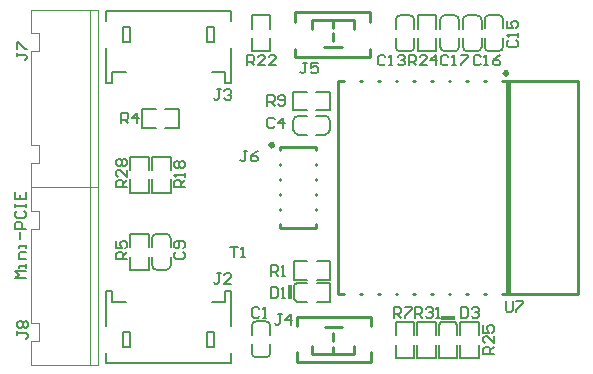
<source format=gto>
G04*
G04 #@! TF.GenerationSoftware,Altium Limited,Altium Designer,19.0.4 (130)*
G04*
G04 Layer_Color=65535*
%FSLAX25Y25*%
%MOIN*%
G70*
G01*
G75*
%ADD10C,0.00787*%
%ADD11C,0.01000*%
%ADD12C,0.00800*%
%ADD13C,0.00394*%
%ADD14C,0.00591*%
%ADD15R,0.01181X0.04724*%
%ADD16R,0.04724X0.01181*%
D10*
X97347Y12768D02*
G03*
X95772Y14343I-1575J-0D01*
G01*
X92701D02*
G03*
X91126Y12768I0J-1575D01*
G01*
X91126Y3831D02*
G03*
X92701Y2256I1575J0D01*
G01*
X95772Y2256D02*
G03*
X97347Y3831I0J1575D01*
G01*
X117146Y81226D02*
G03*
X115571Y82801I-1575J0D01*
G01*
X115571Y76580D02*
G03*
X117146Y78155I-0J1575D01*
G01*
X105059Y78155D02*
G03*
X106634Y76581I1575J0D01*
G01*
Y82801D02*
G03*
X105059Y81226I0J-1575D01*
G01*
X143780Y104256D02*
G03*
X145354Y105831I0J1575D01*
G01*
X139134Y105831D02*
G03*
X140709Y104256I1575J0D01*
G01*
X140709Y116342D02*
G03*
X139134Y114768I0J-1575D01*
G01*
X145354D02*
G03*
X143780Y116342I-1575J-0D01*
G01*
X57929Y33012D02*
G03*
X59504Y31437I1575J0D01*
G01*
X62575D02*
G03*
X64149Y33012I0J1575D01*
G01*
X64150Y41949D02*
G03*
X62575Y43524I-1575J-0D01*
G01*
X59504Y43524D02*
G03*
X57929Y41949I0J-1575D01*
G01*
X161535Y105831D02*
G03*
X163110Y104256I1575J0D01*
G01*
X166181D02*
G03*
X167756Y105831I0J1575D01*
G01*
X167756Y114768D02*
G03*
X166181Y116342I-1575J-0D01*
G01*
X163110Y116342D02*
G03*
X161535Y114768I0J-1575D01*
G01*
X154008Y105831D02*
G03*
X155583Y104256I1575J0D01*
G01*
X158653D02*
G03*
X160228Y105831I0J1575D01*
G01*
X160228Y114768D02*
G03*
X158654Y116342I-1575J-0D01*
G01*
X155583Y116342D02*
G03*
X154008Y114768I0J-1575D01*
G01*
X168764Y105894D02*
G03*
X170339Y104319I1575J0D01*
G01*
X173409D02*
G03*
X174984Y105894I0J1575D01*
G01*
X174984Y114831D02*
G03*
X173409Y116405I-1575J-0D01*
G01*
X170339Y116405D02*
G03*
X168764Y114831I0J-1575D01*
G01*
X91126Y9874D02*
Y12768D01*
X91126Y3831D02*
Y6724D01*
X97347Y3831D02*
Y6724D01*
X92701Y14343D02*
X95772D01*
X92701Y2256D02*
X95772D01*
X97347Y9874D02*
Y12768D01*
X56921Y64756D02*
Y69224D01*
Y57138D02*
Y61606D01*
X50701Y64756D02*
Y69224D01*
Y57138D02*
X56921D01*
X50701Y69224D02*
X56921D01*
X50701Y57138D02*
Y61606D01*
X106634Y82801D02*
X109528D01*
X117146Y78155D02*
Y81226D01*
X105059Y78155D02*
Y81226D01*
X112677Y82801D02*
X115571D01*
X112677Y76580D02*
X115571D01*
X106634Y76581D02*
X109528D01*
X145354Y111874D02*
Y114768D01*
X140709Y104256D02*
X143780D01*
X140709Y116342D02*
X143780D01*
X145354Y105831D02*
Y108724D01*
X139134Y105831D02*
Y108724D01*
X139134Y111874D02*
Y114768D01*
X152732Y111874D02*
Y116342D01*
Y104256D02*
Y108724D01*
X146512Y111874D02*
Y116342D01*
Y104256D02*
X152732D01*
X146512Y116342D02*
X152732D01*
X146512Y104256D02*
Y108724D01*
X112677Y84701D02*
X117146D01*
X105059D02*
X109528D01*
X112677Y90921D02*
X117146D01*
X105059Y84701D02*
Y90921D01*
X117146Y84701D02*
Y90921D01*
X105059D02*
X109528D01*
X146276Y2075D02*
Y6543D01*
Y9693D02*
Y14161D01*
X152496Y2075D02*
Y6543D01*
X146276Y14161D02*
X152496D01*
X146276Y2075D02*
X152496D01*
Y9693D02*
Y14161D01*
X160732Y2075D02*
Y6543D01*
Y9693D02*
Y14161D01*
X166953Y2075D02*
Y6543D01*
X160732Y14161D02*
X166953D01*
X160732Y2075D02*
X166953D01*
Y9693D02*
Y14161D01*
X62346Y78811D02*
X66815D01*
X54728D02*
Y85031D01*
X66815Y78811D02*
Y85031D01*
X54728Y78811D02*
X59197D01*
X62346Y85031D02*
X66815D01*
X54728D02*
X59197D01*
X50701Y31437D02*
Y35906D01*
Y43524D02*
X56921D01*
X50701Y31437D02*
X56921D01*
X50701Y39055D02*
Y43524D01*
X56921Y31437D02*
Y35906D01*
Y39055D02*
Y43524D01*
X64149Y33012D02*
Y35906D01*
X64150Y39055D02*
Y41949D01*
X57929Y39055D02*
Y41949D01*
X59504Y31437D02*
X62575D01*
X59504Y43524D02*
X62575D01*
X57929Y33012D02*
Y35906D01*
X167756Y105831D02*
Y108724D01*
X167756Y111874D02*
Y114768D01*
X161535Y111874D02*
Y114768D01*
X163110Y104256D02*
X166181D01*
X163110Y116342D02*
X166181D01*
X161535Y105831D02*
Y108724D01*
X160228Y105831D02*
Y108724D01*
X160228Y111874D02*
Y114768D01*
X154008Y111874D02*
Y114768D01*
X155583Y104256D02*
X158654D01*
X155583Y116342D02*
X158654D01*
X154008Y105831D02*
Y108724D01*
X105193Y34433D02*
X109661D01*
X117280Y28213D02*
Y34433D01*
X105193Y28213D02*
Y34433D01*
X112811D02*
X117280D01*
X105193Y28213D02*
X109661D01*
X112811D02*
X117280D01*
X112811Y20906D02*
X117280D01*
X106118D02*
X109661D01*
X112811Y27126D02*
X117280D01*
X105331Y21665D02*
Y26366D01*
X117280Y20906D02*
Y27126D01*
X106118D02*
X109661D01*
X105331Y26366D02*
X106118Y27126D01*
X105331Y21665D02*
X106118Y20906D01*
X97347Y111874D02*
Y116342D01*
X91126Y104256D02*
X97347D01*
X91126Y116342D02*
X97347D01*
Y104256D02*
Y108724D01*
X91126Y111874D02*
Y116342D01*
Y104256D02*
Y108724D01*
X57929Y57138D02*
Y61606D01*
Y64756D02*
Y69224D01*
X64150Y57138D02*
Y61606D01*
X57929Y69224D02*
X64150D01*
X57929Y57138D02*
X64150D01*
Y64756D02*
Y69224D01*
X153504Y13236D02*
X154264Y14024D01*
X158965D02*
X159724Y13236D01*
Y9693D02*
Y13236D01*
X153504Y2075D02*
X159724D01*
X154264Y14024D02*
X158965D01*
X159724Y2075D02*
Y6543D01*
X153504Y9693D02*
Y13236D01*
Y2075D02*
Y6543D01*
X139134Y2075D02*
Y6543D01*
Y14161D02*
X145354D01*
X139134Y2075D02*
X145354D01*
X139134Y9693D02*
Y14161D01*
X145354Y2075D02*
Y6543D01*
Y9693D02*
Y14161D01*
X174984Y105894D02*
Y108787D01*
X174984Y111937D02*
Y114831D01*
X168764Y111937D02*
Y114831D01*
X170339Y104319D02*
X173409D01*
X170339Y116405D02*
X173409D01*
X168764Y105894D02*
Y108787D01*
D11*
X98439Y73039D02*
G03*
X98439Y73039I-707J0D01*
G01*
X176460Y96964D02*
G03*
X176460Y96964I-707J0D01*
G01*
X100732Y71426D02*
Y72539D01*
X112732D01*
X100732Y66426D02*
Y66653D01*
Y61426D02*
Y61653D01*
Y56426D02*
Y56653D01*
Y51426D02*
Y51653D01*
X112732Y45539D02*
Y46653D01*
X100732Y45539D02*
X112732D01*
X100732D02*
Y46653D01*
X112732Y51426D02*
Y51653D01*
Y56426D02*
Y56653D01*
Y61426D02*
Y61653D01*
Y66426D02*
Y66653D01*
Y71426D02*
Y72539D01*
X130490Y102323D02*
Y105203D01*
X105687Y102323D02*
Y105203D01*
X130490Y114003D02*
Y117283D01*
X105687Y114003D02*
Y117283D01*
Y102323D02*
X130490D01*
X105687Y117283D02*
X130490D01*
X125331Y111903D02*
Y114803D01*
X111331D02*
X125331D01*
X111331Y111903D02*
Y114803D01*
X115331Y105803D02*
X121231D01*
X118331Y107803D02*
Y110403D01*
Y112203D02*
Y114803D01*
X106172Y12899D02*
Y15779D01*
X130975Y12899D02*
Y15779D01*
X106172Y819D02*
Y4099D01*
X130975Y819D02*
Y4099D01*
X106172Y15779D02*
X130975D01*
X106172Y819D02*
X130975D01*
X111331Y3299D02*
Y6199D01*
Y3299D02*
X125331D01*
Y6199D01*
X115431Y12299D02*
X121331D01*
X118331Y7699D02*
Y10299D01*
Y3299D02*
Y5899D01*
X176206Y94398D02*
X199828D01*
X176206Y23532D02*
Y94398D01*
Y23532D02*
X199828D01*
Y94398D01*
X168650Y94465D02*
X169192D01*
X162744D02*
X163287D01*
X156839D02*
X157381D01*
X150934D02*
X151476D01*
X145028D02*
X145571D01*
X139122D02*
X139665D01*
X133217D02*
X133759D01*
X127312D02*
X127854D01*
X119752Y23465D02*
X121948D01*
X119752D02*
Y94465D01*
X121948D01*
X127312Y23465D02*
X127854D01*
X133217D02*
X133759D01*
X139122D02*
X139665D01*
X145028D02*
X145570D01*
X150934D02*
X151476D01*
X156839D02*
X157381D01*
X162744D02*
X163287D01*
X168650D02*
X169192D01*
X176752D02*
Y94465D01*
X174556Y23465D02*
X176752D01*
X174556Y94465D02*
X176752D01*
D12*
X42583Y425D02*
X84315D01*
X84307Y3799D02*
X84315D01*
Y425D02*
Y3799D01*
X84307Y12799D02*
X84315D01*
Y24299D01*
X82307D02*
X84315D01*
X82307Y20799D02*
Y24299D01*
X77807Y20799D02*
X82307D01*
X78685Y5799D02*
Y10799D01*
X76185Y5799D02*
X78685D01*
X76185D02*
Y10799D01*
X78685D01*
X84307Y425D02*
X84315D01*
X42583D02*
X42591D01*
X48213Y10799D02*
X50713D01*
Y5799D02*
Y10799D01*
X48213Y5799D02*
X50713D01*
X48213D02*
Y10799D01*
X44591Y20799D02*
X49091D01*
X44591D02*
Y24299D01*
X42583D02*
X44591D01*
X42583Y12799D02*
Y24299D01*
Y12799D02*
X42591D01*
X42583Y425D02*
Y3799D01*
X42591D01*
X84307Y114264D02*
X84315D01*
Y117638D01*
X84307Y105264D02*
X84315D01*
Y93764D02*
Y105264D01*
X82307Y93764D02*
X84315D01*
X82307D02*
Y97264D01*
X77807D02*
X82307D01*
X78685Y107264D02*
Y112264D01*
X76185D02*
X78685D01*
X76185Y107264D02*
Y112264D01*
Y107264D02*
X78685D01*
X84307Y117638D02*
X84315D01*
X42583D02*
X42591D01*
X48213Y107264D02*
X50713D01*
Y112264D01*
X48213D02*
X50713D01*
X48213Y107264D02*
Y112264D01*
X44591Y97264D02*
X49091D01*
X44591Y93764D02*
Y97264D01*
X42583Y93764D02*
X44591D01*
X42583D02*
Y105264D01*
X42591D01*
X42583Y114264D02*
Y117638D01*
Y114264D02*
X42591D01*
X42583Y117638D02*
X84315D01*
D13*
X17575Y13701D02*
X20331D01*
X17575D02*
Y45197D01*
Y-79D02*
Y7795D01*
Y-79D02*
X40016D01*
X20331Y7795D02*
Y13701D01*
X17575Y7795D02*
X20331D01*
X17575Y51102D02*
Y58976D01*
X40016Y-79D02*
Y58976D01*
X37260Y-47D02*
Y58976D01*
X20331Y45197D02*
Y51102D01*
X17575D02*
X20331D01*
X17575Y45197D02*
X20331D01*
X17575Y58976D02*
X40016D01*
X17575Y72929D02*
X20331D01*
X17575D02*
Y104425D01*
Y59150D02*
Y67024D01*
Y59150D02*
X40016D01*
X20331Y67024D02*
Y72929D01*
X17575Y67024D02*
X20331D01*
X17575Y110331D02*
Y118205D01*
X40016Y59150D02*
Y118205D01*
X37260Y59181D02*
Y118205D01*
X20331Y104425D02*
Y110331D01*
X17575D02*
X20331D01*
X17575Y104425D02*
X20331D01*
X17575Y118205D02*
X40016D01*
D14*
X84063Y39149D02*
X86424D01*
X85244D01*
Y35606D01*
X87605D02*
X88786D01*
X88196D01*
Y39149D01*
X87605Y38558D01*
X49528Y58976D02*
X45985D01*
Y60747D01*
X46576Y61338D01*
X47756D01*
X48347Y60747D01*
Y58976D01*
Y60157D02*
X49528Y61338D01*
Y64880D02*
Y62519D01*
X47166Y64880D01*
X46576D01*
X45985Y64290D01*
Y63109D01*
X46576Y62519D01*
Y66061D02*
X45985Y66651D01*
Y67832D01*
X46576Y68422D01*
X47166D01*
X47756Y67832D01*
X48347Y68422D01*
X48937D01*
X49528Y67832D01*
Y66651D01*
X48937Y66061D01*
X48347D01*
X47756Y66651D01*
X47166Y66061D01*
X46576D01*
X47756Y66651D02*
Y67832D01*
X135684Y102542D02*
X135094Y103133D01*
X133913D01*
X133323Y102542D01*
Y100181D01*
X133913Y99590D01*
X135094D01*
X135684Y100181D01*
X136865Y99590D02*
X138046D01*
X137455D01*
Y103133D01*
X136865Y102542D01*
X139817D02*
X140407Y103133D01*
X141588D01*
X142178Y102542D01*
Y101952D01*
X141588Y101362D01*
X140998D01*
X141588D01*
X142178Y100771D01*
Y100181D01*
X141588Y99590D01*
X140407D01*
X139817Y100181D01*
X98763Y81660D02*
X98173Y82251D01*
X96992D01*
X96402Y81660D01*
Y79299D01*
X96992Y78709D01*
X98173D01*
X98763Y79299D01*
X101715Y78709D02*
Y82251D01*
X99944Y80480D01*
X102306D01*
X93713Y18479D02*
X93123Y19070D01*
X91942D01*
X91352Y18479D01*
Y16118D01*
X91942Y15528D01*
X93123D01*
X93713Y16118D01*
X94894Y15528D02*
X96074D01*
X95484D01*
Y19070D01*
X94894Y18479D01*
X89637Y71141D02*
X88456D01*
X89047D01*
Y68189D01*
X88456Y67598D01*
X87866D01*
X87275Y68189D01*
X93179Y71141D02*
X91998Y70550D01*
X90818Y69370D01*
Y68189D01*
X91408Y67598D01*
X92589D01*
X93179Y68189D01*
Y68779D01*
X92589Y69370D01*
X90818D01*
X145571Y15528D02*
Y19070D01*
X147342D01*
X147932Y18479D01*
Y17299D01*
X147342Y16708D01*
X145571D01*
X146751D02*
X147932Y15528D01*
X149113Y18479D02*
X149703Y19070D01*
X150884D01*
X151474Y18479D01*
Y17889D01*
X150884Y17299D01*
X150293D01*
X150884D01*
X151474Y16708D01*
Y16118D01*
X150884Y15528D01*
X149703D01*
X149113Y16118D01*
X152655Y15528D02*
X153835D01*
X153245D01*
Y19070D01*
X152655Y18479D01*
X96402Y86205D02*
Y89747D01*
X98173D01*
X98763Y89157D01*
Y87976D01*
X98173Y87385D01*
X96402D01*
X97583D02*
X98763Y86205D01*
X99944Y86795D02*
X100534Y86205D01*
X101715D01*
X102306Y86795D01*
Y89157D01*
X101715Y89747D01*
X100534D01*
X99944Y89157D01*
Y88566D01*
X100534Y87976D01*
X102306D01*
X171874Y3480D02*
X168332D01*
Y5251D01*
X168922Y5842D01*
X170103D01*
X170693Y5251D01*
Y3480D01*
Y4661D02*
X171874Y5842D01*
Y9384D02*
Y7023D01*
X169513Y9384D01*
X168922D01*
X168332Y8794D01*
Y7613D01*
X168922Y7023D01*
X168332Y12926D02*
Y10565D01*
X170103D01*
X169513Y11745D01*
Y12336D01*
X170103Y12926D01*
X171284D01*
X171874Y12336D01*
Y11155D01*
X171284Y10565D01*
X143576Y99590D02*
Y103133D01*
X145347D01*
X145938Y102542D01*
Y101362D01*
X145347Y100771D01*
X143576D01*
X144757D02*
X145938Y99590D01*
X149480D02*
X147118D01*
X149480Y101952D01*
Y102542D01*
X148890Y103133D01*
X147709D01*
X147118Y102542D01*
X152432Y99590D02*
Y103133D01*
X150661Y101362D01*
X153022D01*
X15795Y28646D02*
X12253D01*
X13434Y29826D01*
X12253Y31007D01*
X15795D01*
Y32188D02*
Y33369D01*
Y32778D01*
X13434D01*
Y32188D01*
X15795Y35140D02*
X13434D01*
Y36911D01*
X14024Y37501D01*
X15795D01*
Y38682D02*
Y39862D01*
Y39272D01*
X13434D01*
Y38682D01*
X14024Y41634D02*
Y43995D01*
X15795Y45176D02*
X12253D01*
Y46947D01*
X12844Y47537D01*
X14024D01*
X14615Y46947D01*
Y45176D01*
X12844Y51079D02*
X12253Y50489D01*
Y49308D01*
X12844Y48718D01*
X15205D01*
X15795Y49308D01*
Y50489D01*
X15205Y51079D01*
X12253Y52260D02*
Y53441D01*
Y52850D01*
X15795D01*
Y52260D01*
Y53441D01*
X12253Y57573D02*
Y55212D01*
X15795D01*
Y57573D01*
X14024Y55212D02*
Y56393D01*
X13056Y10928D02*
Y9748D01*
Y10338D01*
X16008D01*
X16598Y9748D01*
Y9157D01*
X16008Y8567D01*
X13647Y12109D02*
X13056Y12699D01*
Y13880D01*
X13647Y14470D01*
X14237D01*
X14827Y13880D01*
X15418Y14470D01*
X16008D01*
X16598Y13880D01*
Y12699D01*
X16008Y12109D01*
X15418D01*
X14827Y12699D01*
X14237Y12109D01*
X13647D01*
X14827Y12699D02*
Y13880D01*
X12788Y103826D02*
Y102645D01*
Y103236D01*
X15740D01*
X16331Y102645D01*
Y102055D01*
X15740Y101465D01*
X12788Y105007D02*
Y107368D01*
X13379D01*
X15740Y105007D01*
X16331D01*
X109582Y100506D02*
X108401D01*
X108992D01*
Y97555D01*
X108401Y96964D01*
X107811D01*
X107220Y97555D01*
X113124Y100506D02*
X110763D01*
Y98735D01*
X111943Y99326D01*
X112534D01*
X113124Y98735D01*
Y97555D01*
X112534Y96964D01*
X111353D01*
X110763Y97555D01*
X101149Y16647D02*
X99968D01*
X100558D01*
Y13695D01*
X99968Y13105D01*
X99378D01*
X98787Y13695D01*
X104101Y13105D02*
Y16647D01*
X102330Y14876D01*
X104691D01*
X80802Y30314D02*
X79622D01*
X80212D01*
Y27362D01*
X79622Y26772D01*
X79031D01*
X78441Y27362D01*
X84345Y26772D02*
X81983D01*
X84345Y29133D01*
Y29724D01*
X83754Y30314D01*
X82573D01*
X81983Y29724D01*
X156727Y102542D02*
X156136Y103133D01*
X154955D01*
X154365Y102542D01*
Y100181D01*
X154955Y99590D01*
X156136D01*
X156727Y100181D01*
X157907Y99590D02*
X159088D01*
X158498D01*
Y103133D01*
X157907Y102542D01*
X160859Y103133D02*
X163221D01*
Y102542D01*
X160859Y100181D01*
Y99590D01*
X167515Y102542D02*
X166925Y103133D01*
X165744D01*
X165154Y102542D01*
Y100181D01*
X165744Y99590D01*
X166925D01*
X167515Y100181D01*
X168696Y99590D02*
X169877D01*
X169287D01*
Y103133D01*
X168696Y102542D01*
X174009Y103133D02*
X172829Y102542D01*
X171648Y101362D01*
Y100181D01*
X172238Y99590D01*
X173419D01*
X174009Y100181D01*
Y100771D01*
X173419Y101362D01*
X171648D01*
X65851Y37432D02*
X65261Y36842D01*
Y35661D01*
X65851Y35071D01*
X68213D01*
X68803Y35661D01*
Y36842D01*
X68213Y37432D01*
Y38613D02*
X68803Y39203D01*
Y40384D01*
X68213Y40975D01*
X65851D01*
X65261Y40384D01*
Y39203D01*
X65851Y38613D01*
X66442D01*
X67032Y39203D01*
Y40975D01*
X97583Y25684D02*
Y22142D01*
X99354D01*
X99944Y22732D01*
Y25093D01*
X99354Y25684D01*
X97583D01*
X101125Y22142D02*
X102306D01*
X101715D01*
Y25684D01*
X101125Y25093D01*
X160898Y19070D02*
Y15528D01*
X162669D01*
X163259Y16118D01*
Y18479D01*
X162669Y19070D01*
X160898D01*
X164440Y18479D02*
X165030Y19070D01*
X166211D01*
X166801Y18479D01*
Y17889D01*
X166211Y17299D01*
X165621D01*
X166211D01*
X166801Y16708D01*
Y16118D01*
X166211Y15528D01*
X165030D01*
X164440Y16118D01*
X80802Y91621D02*
X79622D01*
X80212D01*
Y88669D01*
X79622Y88079D01*
X79031D01*
X78441Y88669D01*
X81983Y91031D02*
X82573Y91621D01*
X83754D01*
X84345Y91031D01*
Y90440D01*
X83754Y89850D01*
X83164D01*
X83754D01*
X84345Y89259D01*
Y88669D01*
X83754Y88079D01*
X82573D01*
X81983Y88669D01*
X97583Y29528D02*
Y33070D01*
X99354D01*
X99944Y32479D01*
Y31299D01*
X99354Y30708D01*
X97583D01*
X98763D02*
X99944Y29528D01*
X101125D02*
X102306D01*
X101715D01*
Y33070D01*
X101125Y32479D01*
X47653Y80315D02*
Y83857D01*
X49425D01*
X50015Y83267D01*
Y82086D01*
X49425Y81496D01*
X47653D01*
X48834D02*
X50015Y80315D01*
X52967D02*
Y83857D01*
X51196Y82086D01*
X53557D01*
X49528Y35071D02*
X45985D01*
Y36842D01*
X46576Y37432D01*
X47756D01*
X48347Y36842D01*
Y35071D01*
Y36252D02*
X49528Y37432D01*
X45985Y40975D02*
Y38613D01*
X47756D01*
X47166Y39794D01*
Y40384D01*
X47756Y40975D01*
X48937D01*
X49528Y40384D01*
Y39203D01*
X48937Y38613D01*
X138543Y15528D02*
Y19070D01*
X140314D01*
X140905Y18479D01*
Y17299D01*
X140314Y16708D01*
X138543D01*
X139724D02*
X140905Y15528D01*
X142086Y19070D02*
X144447D01*
Y18479D01*
X142086Y16118D01*
Y15528D01*
X68803Y58976D02*
X65261D01*
Y60747D01*
X65851Y61338D01*
X67032D01*
X67622Y60747D01*
Y58976D01*
Y60157D02*
X68803Y61338D01*
Y62519D02*
Y63699D01*
Y63109D01*
X65261D01*
X65851Y62519D01*
Y65470D02*
X65261Y66061D01*
Y67241D01*
X65851Y67832D01*
X66442D01*
X67032Y67241D01*
X67622Y67832D01*
X68213D01*
X68803Y67241D01*
Y66061D01*
X68213Y65470D01*
X67622D01*
X67032Y66061D01*
X66442Y65470D01*
X65851D01*
X67032Y66061D02*
Y67241D01*
X176954Y107966D02*
X176363Y107376D01*
Y106195D01*
X176954Y105605D01*
X179315D01*
X179905Y106195D01*
Y107376D01*
X179315Y107966D01*
X179905Y109147D02*
Y110328D01*
Y109737D01*
X176363D01*
X176954Y109147D01*
X176363Y114460D02*
Y112099D01*
X178134D01*
X177544Y113279D01*
Y113870D01*
X178134Y114460D01*
X179315D01*
X179905Y113870D01*
Y112689D01*
X179315Y112099D01*
X175752Y20944D02*
Y17992D01*
X176343Y17402D01*
X177524D01*
X178114Y17992D01*
Y20944D01*
X179295D02*
X181656D01*
Y20353D01*
X179295Y17992D01*
Y17402D01*
X89685Y99590D02*
Y103133D01*
X91456D01*
X92046Y102542D01*
Y101362D01*
X91456Y100771D01*
X89685D01*
X90866D02*
X92046Y99590D01*
X95589D02*
X93227D01*
X95589Y101952D01*
Y102542D01*
X94998Y103133D01*
X93818D01*
X93227Y102542D01*
X99131Y99590D02*
X96769D01*
X99131Y101952D01*
Y102542D01*
X98540Y103133D01*
X97360D01*
X96769Y102542D01*
D15*
X104051Y24016D02*
D03*
D16*
X156614Y15303D02*
D03*
M02*

</source>
